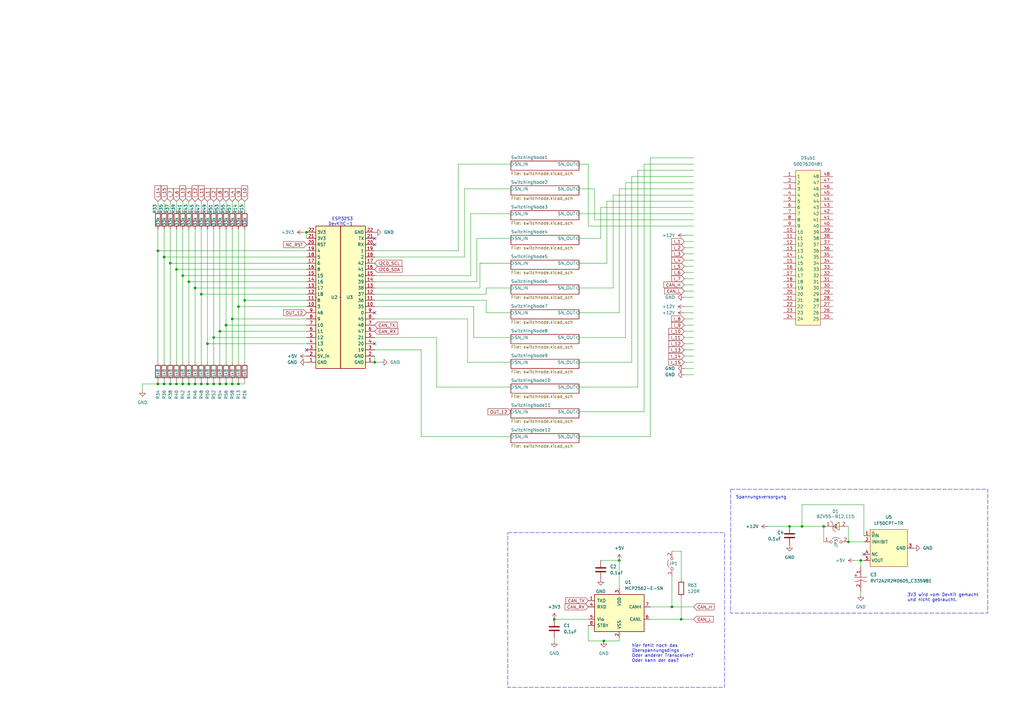
<source format=kicad_sch>
(kicad_sch (version 20250114) (generator "eeschema") (generator_version "9.0")
  (paper "A3")
  (title_block (title "ESPPDM"))
  (lib_symbols
    (symbol "+3V3_1" (power) (pin_numbers (hide yes)) (pin_names (offset 0) (hide yes))
      (property "Value" "+3V3" (at 0 3.556 0))
      (symbol "+3V3_1_0_1"
        (polyline (pts (xy -0.762 1.27) (xy 0 2.54)))
        (polyline (pts (xy 0 2.54) (xy 0.762 1.27)))
        (polyline (pts (xy 0 0) (xy 0 2.54)))
      )
      (symbol "+3V3_1_1_1"
        (pin power_in line (at 0 0 90) (length 0) (name "~") (number "1"))
      )
    )
    (symbol "Device:C" (pin_numbers (hide yes)) (pin_names (offset 0.254))
      (property "Reference" "C" (at 0.635 2.54 0))
      (property "Value" "C" (at 0.635 -2.54 0))
      (symbol "C_0_1"
        (polyline (pts (xy -2.032 0.762) (xy 2.032 0.762)) (stroke (width 0.508)))
        (polyline (pts (xy -2.032 -0.762) (xy 2.032 -0.762)) (stroke (width 0.508)))
      )
      (symbol "C_1_1"
        (pin passive line (at 0 3.81 270) (length 2.794) (name "~") (number "1"))
        (pin passive line (at 0 -3.81 90) (length 2.794) (name "~") (number "2"))
      )
    )
    (symbol "Device:R" (pin_numbers (hide yes)) (pin_names (offset 0))
      (property "Reference" "R" (at 2.032 0 90))
      (property "Value" "R" (at 0 0 90))
      (symbol "R_0_1"
        (rectangle (start -1.016 -2.54) (end 1.016 2.54) (stroke (width 0.254)))
      )
      (symbol "R_1_1"
        (pin passive line (at 0 3.81 270) (length 1.27) (name "~") (number "1"))
        (pin passive line (at 0 -3.81 90) (length 1.27) (name "~") (number "2"))
      )
    )
    (symbol "GND_1" (power) (pin_numbers (hide yes)) (pin_names (offset 0) (hide yes))
      (property "Value" "GND" (at 0 -3.81 0))
      (symbol "GND_1_0_1"
        (polyline (pts (xy 0 0) (xy 0 -1.27) (xy 1.27 -1.27) (xy 0 -2.54) (xy -1.27 -1.27) (xy 0 -1.27)))
      )
      (symbol "GND_1_1_1"
        (pin power_in line (at 0 0 270) (length 0) (name "~") (number "1"))
      )
    )
    (symbol "GND_2" (power) (pin_numbers (hide yes)) (pin_names (offset 0) (hide yes))
      (property "Value" "GND" (at 0 -3.81 0))
      (symbol "GND_2_0_1"
        (polyline (pts (xy 0 0) (xy 0 -1.27) (xy 1.27 -1.27) (xy 0 -2.54) (xy -1.27 -1.27) (xy 0 -1.27)))
      )
      (symbol "GND_2_1_1"
        (pin power_in line (at 0 0 270) (length 0) (name "~") (number "1"))
      )
    )
    (symbol "GND_3" (power) (pin_numbers (hide yes)) (pin_names (offset 0) (hide yes))
      (property "Value" "GND" (at 0 -3.81 0))
      (symbol "GND_3_0_1"
        (polyline (pts (xy 0 0) (xy 0 -1.27) (xy 1.27 -1.27) (xy 0 -2.54) (xy -1.27 -1.27) (xy 0 -1.27)))
      )
      (symbol "GND_3_1_1"
        (pin power_in line (at 0 0 270) (length 0) (name "~") (number "1"))
      )
    )
    (symbol "Interface_CAN_LIN:MCP2562-E-SN" (pin_names (offset 1.016))
      (property "Reference" "U" (at -10.16 8.89 0))
      (property "Value" "MCP2562-E-SN" (at 2.54 8.89 0))
      (symbol "MCP2562-E-SN_0_1"
        (rectangle (start -10.16 7.62) (end 10.16 -7.62) (stroke (width 0.254)) (fill (type background)))
      )
      (symbol "MCP2562-E-SN_1_1"
        (pin input line (at -12.7 5.08 0) (length 2.54) (name "TXD") (number "1"))
        (pin output line (at -12.7 2.54 0) (length 2.54) (name "RXD") (number "4"))
        (pin power_in line (at -12.7 -2.54 0) (length 2.54) (name "Vio") (number "5"))
        (pin input line (at -12.7 -5.08 0) (length 2.54) (name "STBY") (number "8"))
        (pin power_in line (at 0 10.16 270) (length 2.54) (name "VDD") (number "3"))
        (pin power_in line (at 0 -10.16 90) (length 2.54) (name "VSS") (number "2"))
        (pin bidirectional line (at 12.7 2.54 180) (length 2.54) (name "CANH") (number "7"))
        (pin bidirectional line (at 12.7 -2.54 180) (length 2.54) (name "CANL") (number "6"))
      )
    )
    (symbol "Jumper:Jumper_2_Open" (pin_names (offset 0) (hide yes))
      (property "Reference" "JP" (at 0 2.794 0))
      (property "Value" "Jumper_2_Open" (at 0 -2.286 0))
      (symbol "Jumper_2_Open_0_0"
        (circle (center -2.032 0) (radius 0.508))
        (circle (center 2.032 0) (radius 0.508))
      )
      (symbol "Jumper_2_Open_0_1"
        (arc (start -1.524 1.27) (mid 0 1.778) (end 1.524 1.27))
      )
      (symbol "Jumper_2_Open_1_1"
        (pin passive line (at -5.08 0 0) (length 2.54) (name "A") (number "1"))
        (pin passive line (at 5.08 0 180) (length 2.54) (name "B") (number "2"))
      )
    )
    (symbol "custom:esp32-s3-devkitc-1_l"
      (property "Reference" "U" (at 3.81 0 0))
      (symbol "esp32-s3-devkitc-1_l_1_1"
        (rectangle (start -2.54 29.21) (end 7.62 -29.21) (stroke (width 0.254)) (fill (type background)))
        (pin passive line (at -6.35 26.67 0) (length 3.81) (name "GND") (number "1"))
        (pin passive line (at -6.35 24.13 0) (length 3.81) (name "GND") (number "2"))
        (pin passive line (at -6.35 21.59 0) (length 3.81) (name "19") (number "3"))
        (pin passive line (at -6.35 19.05 0) (length 3.81) (name "20") (number "4"))
        (pin passive line (at -6.35 16.51 0) (length 3.81) (name "21") (number "5"))
        (pin passive line (at -6.35 13.97 0) (length 3.81) (name "47") (number "6"))
        (pin passive line (at -6.35 11.43 0) (length 3.81) (name "48") (number "7"))
        (pin passive line (at -6.35 8.89 0) (length 3.81) (name "45") (number "8"))
        (pin passive line (at -6.35 6.35 0) (length 3.81) (name "0") (number "9"))
        (pin passive line (at -6.35 3.81 0) (length 3.81) (name "35") (number "10"))
        (pin passive line (at -6.35 1.27 0) (length 3.81) (name "36") (number "11"))
        (pin passive line (at -6.35 -1.27 0) (length 3.81) (name "37") (number "12"))
        (pin passive line (at -6.35 -3.81 0) (length 3.81) (name "38") (number "13"))
        (pin passive line (at -6.35 -6.35 0) (length 3.81) (name "39") (number "14"))
        (pin passive line (at -6.35 -8.89 0) (length 3.81) (name "40") (number "15"))
        (pin passive line (at -6.35 -11.43 0) (length 3.81) (name "41") (number "16"))
        (pin passive line (at -6.35 -13.97 0) (length 3.81) (name "42") (number "17"))
        (pin passive line (at -6.35 -16.51 0) (length 3.81) (name "2") (number "18"))
        (pin passive line (at -6.35 -19.05 0) (length 3.81) (name "1") (number "19"))
        (pin passive line (at -6.35 -21.59 0) (length 3.81) (name "RX") (number "20"))
        (pin passive line (at -6.35 -24.13 0) (length 3.81) (name "TX") (number "21"))
        (pin passive line (at -6.35 -26.67 0) (length 3.81) (name "GND") (number "22"))
      )
    )
    (symbol "custom:esp32-s3-devkitc-1_r"
      (property "Reference" "U" (at 5.08 0 0))
      (symbol "esp32-s3-devkitc-1_r_1_1"
        (rectangle (start -2.54 29.21) (end 7.62 -29.21) (stroke (width 0.254)) (fill (type background)))
        (pin passive line (at 11.43 26.67 180) (length 3.81) (name "GND") (number "1"))
        (pin passive line (at 11.43 24.13 180) (length 3.81) (name "5V_in") (number "2"))
        (pin passive line (at 11.43 21.59 180) (length 3.81) (name "14") (number "3"))
        (pin passive line (at 11.43 19.05 180) (length 3.81) (name "13") (number "4"))
        (pin passive line (at 11.43 16.51 180) (length 3.81) (name "12") (number "5"))
        (pin passive line (at 11.43 13.97 180) (length 3.81) (name "11") (number "6"))
        (pin passive line (at 11.43 11.43 180) (length 3.81) (name "10") (number "7"))
        (pin passive line (at 11.43 8.89 180) (length 3.81) (name "9") (number "8"))
        (pin passive line (at 11.43 6.35 180) (length 3.81) (name "46") (number "9"))
        (pin passive line (at 11.43 3.81 180) (length 3.81) (name "3") (number "10"))
        (pin passive line (at 11.43 1.27 180) (length 3.81) (name "8") (number "11"))
        (pin passive line (at 11.43 -1.27 180) (length 3.81) (name "18") (number "12"))
        (pin passive line (at 11.43 -3.81 180) (length 3.81) (name "17") (number "13"))
        (pin passive line (at 11.43 -6.35 180) (length 3.81) (name "16") (number "14"))
        (pin passive line (at 11.43 -8.89 180) (length 3.81) (name "15") (number "15"))
        (pin passive line (at 11.43 -11.43 180) (length 3.81) (name "8") (number "16"))
        (pin passive line (at 11.43 -13.97 180) (length 3.81) (name "6") (number "17"))
        (pin passive line (at 11.43 -16.51 180) (length 3.81) (name "5") (number "18"))
        (pin passive line (at 11.43 -19.05 180) (length 3.81) (name "4") (number "19"))
        (pin passive line (at 11.43 -21.59 180) (length 3.81) (name "RST") (number "20"))
        (pin passive line (at 11.43 -24.13 180) (length 3.81) (name "3V3") (number "21"))
        (pin passive line (at 11.43 -26.67 180) (length 3.81) (name "3V3") (number "22"))
      )
    )
    (symbol "lcsc:5007620481"
      (property "Reference" "DSub" (at 0 34.29 0))
      (property "Value" "5007620481" (at 0 -34.29 0))
      (symbol "5007620481_0_1"
        (rectangle (start -5.08 31.75) (end 5.08 -31.75) (fill (type background)))
        (pin unspecified line (at -10.16 29.21 0) (length 5.08) (name "1") (number "1"))
        (pin unspecified line (at -10.16 26.67 0) (length 5.08) (name "2") (number "2"))
        (pin unspecified line (at -10.16 24.13 0) (length 5.08) (name "3") (number "3"))
        (pin unspecified line (at -10.16 21.59 0) (length 5.08) (name "4") (number "4"))
        (pin unspecified line (at -10.16 19.05 0) (length 5.08) (name "5") (number "5"))
        (pin unspecified line (at -10.16 16.51 0) (length 5.08) (name "6") (number "6"))
        (pin unspecified line (at -10.16 13.97 0) (length 5.08) (name "7") (number "7"))
        (pin unspecified line (at -10.16 11.43 0) (length 5.08) (name "8") (number "8"))
        (pin unspecified line (at -10.16 8.89 0) (length 5.08) (name "9") (number "9"))
        (pin unspecified line (at -10.16 6.35 0) (length 5.08) (name "10") (number "10"))
        (pin unspecified line (at -10.16 3.81 0) (length 5.08) (name "11") (number "11"))
        (pin unspecified line (at -10.16 1.27 0) (length 5.08) (name "12") (number "12"))
        (pin unspecified line (at -10.16 -1.27 0) (length 5.08) (name "13") (number "13"))
        (pin unspecified line (at -10.16 -3.81 0) (length 5.08) (name "14") (number "14"))
        (pin unspecified line (at -10.16 -6.35 0) (length 5.08) (name "15") (number "15"))
        (pin unspecified line (at -10.16 -8.89 0) (length 5.08) (name "16") (number "16"))
        (pin unspecified line (at -10.16 -11.43 0) (length 5.08) (name "17") (number "17"))
        (pin unspecified line (at -10.16 -13.97 0) (length 5.08) (name "18") (number "18"))
        (pin unspecified line (at -10.16 -16.51 0) (length 5.08) (name "19") (number "19"))
        (pin unspecified line (at -10.16 -19.05 0) (length 5.08) (name "20") (number "20"))
        (pin unspecified line (at -10.16 -21.59 0) (length 5.08) (name "21") (number "21"))
        (pin unspecified line (at -10.16 -24.13 0) (length 5.08) (name "22") (number "22"))
        (pin unspecified line (at -10.16 -26.67 0) (length 5.08) (name "23") (number "23"))
        (pin unspecified line (at -10.16 -29.21 0) (length 5.08) (name "24") (number "24"))
        (pin unspecified line (at 10.16 29.21 180) (length 5.08) (name "48") (number "48"))
        (pin unspecified line (at 10.16 26.67 180) (length 5.08) (name "47") (number "47"))
        (pin unspecified line (at 10.16 24.13 180) (length 5.08) (name "46") (number "46"))
        (pin unspecified line (at 10.16 21.59 180) (length 5.08) (name "45") (number "45"))
        (pin unspecified line (at 10.16 19.05 180) (length 5.08) (name "44") (number "44"))
        (pin unspecified line (at 10.16 16.51 180) (length 5.08) (name "43") (number "43"))
        (pin unspecified line (at 10.16 13.97 180) (length 5.08) (name "42") (number "42"))
        (pin unspecified line (at 10.16 11.43 180) (length 5.08) (name "41") (number "41"))
        (pin unspecified line (at 10.16 8.89 180) (length 5.08) (name "40") (number "40"))
        (pin unspecified line (at 10.16 6.35 180) (length 5.08) (name "39") (number "39"))
        (pin unspecified line (at 10.16 3.81 180) (length 5.08) (name "38") (number "38"))
        (pin unspecified line (at 10.16 1.27 180) (length 5.08) (name "37") (number "37"))
        (pin unspecified line (at 10.16 -1.27 180) (length 5.08) (name "36") (number "36"))
        (pin unspecified line (at 10.16 -3.81 180) (length 5.08) (name "35") (number "35"))
        (pin unspecified line (at 10.16 -6.35 180) (length 5.08) (name "34") (number "34"))
        (pin unspecified line (at 10.16 -8.89 180) (length 5.08) (name "33") (number "33"))
        (pin unspecified line (at 10.16 -11.43 180) (length 5.08) (name "32") (number "32"))
        (pin unspecified line (at 10.16 -13.97 180) (length 5.08) (name "31") (number "31"))
        (pin unspecified line (at 10.16 -16.51 180) (length 5.08) (name "30") (number "30"))
        (pin unspecified line (at 10.16 -19.05 180) (length 5.08) (name "29") (number "29"))
        (pin unspecified line (at 10.16 -21.59 180) (length 5.08) (name "28") (number "28"))
        (pin unspecified line (at 10.16 -24.13 180) (length 5.08) (name "27") (number "27"))
        (pin unspecified line (at 10.16 -26.67 180) (length 5.08) (name "26") (number "26"))
        (pin unspecified line (at 10.16 -29.21 180) (length 5.08) (name "25") (number "25"))
      )
    )
    (symbol "lcsc:BZV55-B12,115"
      (property "Reference" "D" (at 0 5.08 0))
      (property "Value" "BZV55-B12,115" (at 0 -5.08 0))
      (symbol "BZV55-B12,115_0_1"
        (polyline (pts (xy -2.29 2.29) (xy -1.27 1.27) (xy -1.27 -1.27) (xy -0.25 -2.29)))
        (polyline (pts (xy 1.27 -1.52) (xy -1.27 0) (xy 1.27 1.78) (xy 1.27 -1.52)) (fill (type background)))
        (pin unspecified line (at -5.08 0 0) (length 3.81) (name "C") (number "1"))
        (pin unspecified line (at 5.08 0 180) (length 3.81) (name "A") (number "2"))
      )
    )
    (symbol "lcsc:LF50CPT-TR"
      (property "Reference" "U" (at 0 10.16 0))
      (property "Value" "LF50CPT-TR" (at 0 -10.16 0))
      (symbol "LF50CPT-TR_0_1"
        (rectangle (start -7.62 7.62) (end 7.62 -7.62) (fill (type background)))
        (circle (center -6.35 6.35) (radius 0.38))
        (pin unspecified line (at -10.16 5.08 0) (length 2.54) (name "VIN") (number "1"))
        (pin unspecified line (at -10.16 2.54 0) (length 2.54) (name "INHIBIT") (number "2"))
        (pin unspecified line (at -10.16 -2.54 0) (length 2.54) (name "NC") (number "4"))
        (pin unspecified line (at -10.16 -5.08 0) (length 2.54) (name "VOUT") (number "5"))
        (pin unspecified line (at 10.16 0 180) (length 2.54) (name "GND") (number "3"))
      )
    )
    (symbol "lcsc:RVT2A2R2M0605_C335981"
      (property "Reference" "C" (at 0 10.16 0))
      (property "Value" "RVT2A2R2M0605_C335981" (at 0 -10.16 0))
      (symbol "RVT2A2R2M0605_C335981_0_1"
        (rectangle (start -2.54 1.52) (end -1.52 1.52) (fill (type background)))
        (polyline (pts (xy -2.54 0.76) (xy 2.54 0.76)))
        (arc (start 0 -0.25) (mid -1.2064 -0.8447) (end -2.54 -1.02))
        (rectangle (start -2.03 2.03) (end -2.03 1.02) (fill (type background)))
        (arc (start 2.54 -1.02) (mid 1.206 -0.8462) (end 0 -0.25))
      )
      (symbol "RVT2A2R2M0605_C335981_1_1"
        (pin unspecified line (at 0 5.08 270) (length 4.318) (name "") (number "1"))
        (pin unspecified line (at 0 -5.08 90) (length 4.826) (name "") (number "2"))
      )
    )
    (symbol "power:+12V" (power) (pin_numbers (hide yes)) (pin_names (offset 0) (hide yes))
      (property "Value" "+12V" (at 0 3.556 0))
      (symbol "+12V_0_1"
        (polyline (pts (xy -0.762 1.27) (xy 0 2.54)))
        (polyline (pts (xy 0 2.54) (xy 0.762 1.27)))
        (polyline (pts (xy 0 0) (xy 0 2.54)))
      )
      (symbol "+12V_1_1"
        (pin power_in line (at 0 0 90) (length 0) (name "~") (number "1"))
      )
    )
    (symbol "power:+3V3" (power) (pin_names (offset 0))
      (property "Value" "+3V3" (at 0 3.556 0))
      (symbol "+3V3_0_1"
        (polyline (pts (xy -0.762 1.27) (xy 0 2.54)))
        (polyline (pts (xy 0 2.54) (xy 0.762 1.27)))
        (polyline (pts (xy 0 0) (xy 0 2.54)))
      )
      (symbol "+3V3_1_1"
        (pin power_in line (at 0 0 90) (length 0) (hide yes) (name "+3V3") (number "1"))
      )
    )
    (symbol "power:+5V" (power) (pin_names (offset 0))
      (property "Value" "+5V" (at 0 3.556 0))
      (symbol "+5V_0_1"
        (polyline (pts (xy -0.762 1.27) (xy 0 2.54)))
        (polyline (pts (xy 0 2.54) (xy 0.762 1.27)))
        (polyline (pts (xy 0 0) (xy 0 2.54)))
      )
      (symbol "+5V_1_1"
        (pin power_in line (at 0 0 90) (length 0) (hide yes) (name "+5V") (number "1"))
      )
    )
    (symbol "power:GND" (power) (pin_names (offset 0))
      (property "Value" "GND" (at 0 -3.81 0))
      (symbol "GND_0_1"
        (polyline (pts (xy 0 0) (xy 0 -1.27) (xy 1.27 -1.27) (xy 0 -2.54) (xy -1.27 -1.27) (xy 0 -1.27)))
      )
      (symbol "GND_1_1"
        (pin power_in line (at 0 0 270) (length 0) (hide yes) (name "GND") (number "1"))
      )
    )
  )
  (rectangle (start 208.28 218.44) (end 297.18 281.94) (stroke (width 0) (type dash)))
  (rectangle (start 299.72 200.66) (end 405.13 251.46) (stroke (width 0) (type dash)))
  (text "3V3 wird vom DevKit gemacht\nund nicht gebraucht." (at 372.11 246.888 0) (effects (font (size 1.27 1.27)) (justify left bottom)))
  (text "hier fehlt noch das\nüberspannungsdings\nOder anderer Transceiver?\nOder kann der das?" (at 259.08 271.78 0) (effects (font (size 1.27 1.27)) (justify left bottom)))
  (text "Spannungsversorgung" (at 301.752 204.724 0) (effects (font (size 1.27 1.27)) (justify left bottom)))
  (text "ESP32S3\nDevKitC-1" (at 144.78 92.71 0) (effects (font (size 1.27 1.27)) (justify right bottom)))
  (junction (at 92.71 157.48))
  (junction (at 275.59 248.92))
  (junction (at 337.82 215.9))
  (junction (at 80.01 118.11))
  (junction (at 74.93 113.03))
  (junction (at 353.06 229.87))
  (junction (at 82.55 157.48))
  (junction (at 125.73 95.25))
  (junction (at 97.79 157.48))
  (junction (at 87.63 157.48))
  (junction (at 87.63 138.43))
  (junction (at 67.31 157.48))
  (junction (at 85.09 157.48))
  (junction (at 347.98 222.25))
  (junction (at 80.01 157.48))
  (junction (at 95.25 130.81))
  (junction (at 74.93 157.48))
  (junction (at 328.93 215.9))
  (junction (at 247.65 262.89))
  (junction (at 90.17 135.89))
  (junction (at 69.85 157.48))
  (junction (at 254 229.87))
  (junction (at 82.55 120.65))
  (junction (at 64.77 157.48))
  (junction (at 90.17 157.48))
  (junction (at 64.77 102.87))
  (junction (at 72.39 157.48))
  (junction (at 72.39 110.49))
  (junction (at 279.4 254))
  (junction (at 67.31 105.41))
  (junction (at 69.85 107.95))
  (junction (at 77.47 115.57))
  (junction (at 227.33 254))
  (junction (at 85.09 140.97))
  (junction (at 323.85 215.9))
  (junction (at 95.25 157.48))
  (junction (at 77.47 157.48))
  (junction (at 92.71 133.35))
  (junction (at 100.33 123.19))
  (junction (at 97.79 125.73))
  (junction (at 153.67 148.59))
  (no_connect (at 153.67 128.27))
  (no_connect (at 125.73 143.51))
  (no_connect (at 153.67 100.33))
  (no_connect (at 153.67 140.97))
  (no_connect (at 354.33 227.33))
  (no_connect (at 153.67 97.79))
  (wire (pts (xy 284.48 101.6) (xy 280.67 101.6)))
  (wire (pts (xy 85.09 157.48) (xy 85.09 156.21)))
  (wire (pts (xy 275.59 226.06) (xy 279.4 226.06)))
  (wire (pts (xy 193.04 87.63) (xy 209.55 87.63)))
  (wire (pts (xy 90.17 86.36) (xy 90.17 82.55)))
  (wire (pts (xy 264.16 67.31) (xy 264.16 168.91)))
  (wire (pts (xy 280.67 140.97) (xy 284.48 140.97)))
  (wire (pts (xy 190.5 105.41) (xy 190.5 77.47)))
  (wire (pts (xy 92.71 86.36) (xy 92.71 82.55)))
  (wire (pts (xy 58.42 157.48) (xy 58.42 160.02)))
  (wire (pts (xy 124.46 95.25) (xy 125.73 95.25)))
  (wire (pts (xy 153.67 146.05) (xy 153.67 148.59)))
  (wire (pts (xy 354.33 222.25) (xy 347.98 222.25)))
  (wire (pts (xy 72.39 157.48) (xy 74.93 157.48)))
  (wire (pts (xy 97.79 125.73) (xy 97.79 148.59)))
  (wire (pts (xy 90.17 157.48) (xy 90.17 156.21)))
  (wire (pts (xy 254 229.87) (xy 254 241.3)))
  (wire (pts (xy 237.49 128.27) (xy 254 128.27)))
  (wire (pts (xy 199.39 128.27) (xy 209.55 128.27)))
  (wire (pts (xy 97.79 156.21) (xy 97.79 157.48)))
  (wire (pts (xy 284.48 109.22) (xy 280.67 109.22)))
  (wire (pts (xy 237.49 168.91) (xy 264.16 168.91)))
  (wire (pts (xy 284.48 96.52) (xy 280.67 96.52)))
  (wire (pts (xy 199.39 123.19) (xy 199.39 128.27)))
  (wire (pts (xy 100.33 82.55) (xy 100.33 86.36)))
  (wire (pts (xy 246.38 97.79) (xy 246.38 85.09)))
  (wire (pts (xy 92.71 133.35) (xy 92.71 148.59)))
  (wire (pts (xy 237.49 118.11) (xy 251.46 118.11)))
  (wire (pts (xy 328.93 215.9) (xy 328.93 207.01)))
  (wire (pts (xy 187.96 102.87) (xy 187.96 67.31)))
  (wire (pts (xy 190.5 77.47) (xy 209.55 77.47)))
  (wire (pts (xy 153.67 125.73) (xy 194.31 125.73)))
  (wire (pts (xy 85.09 157.48) (xy 87.63 157.48)))
  (wire (pts (xy 328.93 207.01) (xy 354.33 207.01)))
  (wire (pts (xy 69.85 107.95) (xy 125.73 107.95)))
  (wire (pts (xy 284.48 119.38) (xy 280.67 119.38)))
  (wire (pts (xy 237.49 179.07) (xy 266.7 179.07)))
  (wire (pts (xy 237.49 148.59) (xy 259.08 148.59)))
  (wire (pts (xy 69.85 107.95) (xy 69.85 148.59)))
  (wire (pts (xy 153.67 120.65) (xy 199.39 120.65)))
  (wire (pts (xy 275.59 236.22) (xy 275.59 248.92)))
  (wire (pts (xy 87.63 138.43) (xy 87.63 148.59)))
  (wire (pts (xy 279.4 245.11) (xy 279.4 254)))
  (wire (pts (xy 179.07 138.43) (xy 179.07 158.75)))
  (wire (pts (xy 85.09 140.97) (xy 85.09 148.59)))
  (wire (pts (xy 153.67 130.81) (xy 191.77 130.81)))
  (wire (pts (xy 153.67 105.41) (xy 190.5 105.41)))
  (wire (pts (xy 74.93 113.03) (xy 74.93 148.59)))
  (wire (pts (xy 74.93 93.98) (xy 74.93 113.03)))
  (wire (pts (xy 97.79 125.73) (xy 125.73 125.73)))
  (wire (pts (xy 95.25 93.98) (xy 95.25 130.81)))
  (wire (pts (xy 241.3 67.31) (xy 237.49 67.31)))
  (wire (pts (xy 85.09 93.98) (xy 85.09 140.97)))
  (wire (pts (xy 153.67 138.43) (xy 179.07 138.43)))
  (wire (pts (xy 280.67 111.76) (xy 284.48 111.76)))
  (wire (pts (xy 264.16 67.31) (xy 284.48 67.31)))
  (wire (pts (xy 80.01 118.11) (xy 125.73 118.11)))
  (wire (pts (xy 64.77 102.87) (xy 64.77 148.59)))
  (wire (pts (xy 74.93 86.36) (xy 74.93 82.55)))
  (wire (pts (xy 241.3 256.54) (xy 241.3 262.89)))
  (wire (pts (xy 64.77 102.87) (xy 125.73 102.87)))
  (wire (pts (xy 153.67 118.11) (xy 196.85 118.11)))
  (wire (pts (xy 77.47 115.57) (xy 77.47 148.59)))
  (wire (pts (xy 97.79 82.55) (xy 97.79 86.36)))
  (wire (pts (xy 92.71 133.35) (xy 125.73 133.35)))
  (wire (pts (xy 280.67 148.59) (xy 284.48 148.59)))
  (wire (pts (xy 284.48 90.17) (xy 243.84 90.17)))
  (wire (pts (xy 266.7 248.92) (xy 275.59 248.92)))
  (wire (pts (xy 100.33 123.19) (xy 100.33 148.59)))
  (wire (pts (xy 90.17 135.89) (xy 90.17 148.59)))
  (wire (pts (xy 69.85 157.48) (xy 72.39 157.48)))
  (wire (pts (xy 82.55 157.48) (xy 85.09 157.48)))
  (wire (pts (xy 237.49 97.79) (xy 246.38 97.79)))
  (wire (pts (xy 95.25 130.81) (xy 125.73 130.81)))
  (wire (pts (xy 67.31 157.48) (xy 67.31 156.21)))
  (wire (pts (xy 195.58 97.79) (xy 209.55 97.79)))
  (wire (pts (xy 251.46 118.11) (xy 251.46 80.01)))
  (wire (pts (xy 353.06 242.57) (xy 353.06 243.84)))
  (wire (pts (xy 195.58 115.57) (xy 195.58 97.79)))
  (wire (pts (xy 247.65 262.89) (xy 254 262.89)))
  (wire (pts (xy 92.71 93.98) (xy 92.71 133.35)))
  (wire (pts (xy 125.73 97.79) (xy 125.73 95.25)))
  (wire (pts (xy 284.48 125.73) (xy 280.67 125.73)))
  (wire (pts (xy 284.48 133.35) (xy 280.67 133.35)))
  (wire (pts (xy 80.01 86.36) (xy 80.01 82.55)))
  (wire (pts (xy 194.31 125.73) (xy 194.31 138.43)))
  (wire (pts (xy 284.48 135.89) (xy 280.67 135.89)))
  (wire (pts (xy 82.55 86.36) (xy 82.55 82.55)))
  (wire (pts (xy 261.62 69.85) (xy 261.62 158.75)))
  (wire (pts (xy 172.72 143.51) (xy 172.72 179.07)))
  (wire (pts (xy 284.48 121.92) (xy 280.67 121.92)))
  (wire (pts (xy 275.59 248.92) (xy 284.48 248.92)))
  (wire (pts (xy 67.31 157.48) (xy 69.85 157.48)))
  (wire (pts (xy 187.96 67.31) (xy 209.55 67.31)))
  (wire (pts (xy 191.77 130.81) (xy 191.77 148.59)))
  (wire (pts (xy 241.3 262.89) (xy 247.65 262.89)))
  (wire (pts (xy 97.79 93.98) (xy 97.79 125.73)))
  (wire (pts (xy 74.93 113.03) (xy 125.73 113.03)))
  (wire (pts (xy 256.54 74.93) (xy 256.54 138.43)))
  (wire (pts (xy 87.63 138.43) (xy 125.73 138.43)))
  (wire (pts (xy 72.39 110.49) (xy 125.73 110.49)))
  (wire (pts (xy 179.07 158.75) (xy 209.55 158.75)))
  (wire (pts (xy 153.67 123.19) (xy 199.39 123.19)))
  (wire (pts (xy 77.47 93.98) (xy 77.47 115.57)))
  (wire (pts (xy 284.48 99.06) (xy 280.67 99.06)))
  (wire (pts (xy 64.77 86.36) (xy 64.77 82.55)))
  (wire (pts (xy 337.82 215.9) (xy 337.82 222.25)))
  (wire (pts (xy 328.93 215.9) (xy 337.82 215.9)))
  (wire (pts (xy 72.39 93.98) (xy 72.39 110.49)))
  (wire (pts (xy 261.62 69.85) (xy 284.48 69.85)))
  (wire (pts (xy 266.7 64.77) (xy 266.7 179.07)))
  (wire (pts (xy 246.38 85.09) (xy 284.48 85.09)))
  (wire (pts (xy 284.48 116.84) (xy 280.67 116.84)))
  (wire (pts (xy 69.85 157.48) (xy 69.85 156.21)))
  (wire (pts (xy 284.48 104.14) (xy 280.67 104.14)))
  (wire (pts (xy 354.33 207.01) (xy 354.33 219.71)))
  (wire (pts (xy 194.31 138.43) (xy 209.55 138.43)))
  (wire (pts (xy 92.71 157.48) (xy 95.25 157.48)))
  (wire (pts (xy 259.08 72.39) (xy 284.48 72.39)))
  (wire (pts (xy 237.49 107.95) (xy 248.92 107.95)))
  (wire (pts (xy 69.85 93.98) (xy 69.85 107.95)))
  (wire (pts (xy 237.49 77.47) (xy 243.84 77.47)))
  (wire (pts (xy 85.09 140.97) (xy 125.73 140.97)))
  (wire (pts (xy 97.79 157.48) (xy 95.25 157.48)))
  (wire (pts (xy 153.67 113.03) (xy 193.04 113.03)))
  (wire (pts (xy 95.25 86.36) (xy 95.25 82.55)))
  (wire (pts (xy 77.47 157.48) (xy 77.47 156.21)))
  (wire (pts (xy 100.33 156.21) (xy 100.33 157.48)))
  (wire (pts (xy 90.17 135.89) (xy 125.73 135.89)))
  (wire (pts (xy 243.84 90.17) (xy 243.84 77.47)))
  (wire (pts (xy 82.55 120.65) (xy 125.73 120.65)))
  (wire (pts (xy 153.67 115.57) (xy 195.58 115.57)))
  (wire (pts (xy 284.48 106.68) (xy 280.67 106.68)))
  (wire (pts (xy 77.47 86.36) (xy 77.47 82.55)))
  (wire (pts (xy 74.93 157.48) (xy 77.47 157.48)))
  (wire (pts (xy 72.39 86.36) (xy 72.39 82.55)))
  (wire (pts (xy 90.17 157.48) (xy 92.71 157.48)))
  (wire (pts (xy 82.55 157.48) (xy 82.55 156.21)))
  (wire (pts (xy 227.33 254) (xy 241.3 254)))
  (wire (pts (xy 266.7 254) (xy 279.4 254)))
  (wire (pts (xy 90.17 93.98) (xy 90.17 135.89)))
  (wire (pts (xy 254 262.89) (xy 254 261.62)))
  (wire (pts (xy 95.25 157.48) (xy 95.25 156.21)))
  (wire (pts (xy 82.55 120.65) (xy 82.55 148.59)))
  (wire (pts (xy 254 77.47) (xy 284.48 77.47)))
  (wire (pts (xy 80.01 157.48) (xy 80.01 156.21)))
  (wire (pts (xy 284.48 114.3) (xy 280.67 114.3)))
  (wire (pts (xy 196.85 107.95) (xy 209.55 107.95)))
  (wire (pts (xy 284.48 130.81) (xy 280.67 130.81)))
  (wire (pts (xy 92.71 157.48) (xy 92.71 156.21)))
  (wire (pts (xy 237.49 138.43) (xy 256.54 138.43)))
  (wire (pts (xy 284.48 151.13) (xy 280.67 151.13)))
  (wire (pts (xy 72.39 157.48) (xy 72.39 156.21)))
  (wire (pts (xy 227.33 261.62) (xy 227.33 262.89)))
  (wire (pts (xy 64.77 157.48) (xy 64.77 156.21)))
  (wire (pts (xy 67.31 105.41) (xy 67.31 148.59)))
  (wire (pts (xy 172.72 179.07) (xy 209.55 179.07)))
  (wire (pts (xy 67.31 86.36) (xy 67.31 82.55)))
  (wire (pts (xy 191.77 148.59) (xy 209.55 148.59)))
  (wire (pts (xy 284.48 138.43) (xy 280.67 138.43)))
  (wire (pts (xy 246.38 229.87) (xy 254 229.87)))
  (wire (pts (xy 153.67 102.87) (xy 187.96 102.87)))
  (wire (pts (xy 74.93 157.48) (xy 74.93 156.21)))
  (wire (pts (xy 248.92 82.55) (xy 284.48 82.55)))
  (wire (pts (xy 80.01 157.48) (xy 82.55 157.48)))
  (wire (pts (xy 280.67 146.05) (xy 284.48 146.05)))
  (wire (pts (xy 284.48 153.67) (xy 280.67 153.67)))
  (wire (pts (xy 95.25 130.81) (xy 95.25 148.59)))
  (wire (pts (xy 72.39 110.49) (xy 72.39 148.59)))
  (wire (pts (xy 237.49 158.75) (xy 261.62 158.75)))
  (wire (pts (xy 199.39 118.11) (xy 209.55 118.11)))
  (wire (pts (xy 251.46 80.01) (xy 284.48 80.01)))
  (wire (pts (xy 347.98 215.9) (xy 347.98 222.25)))
  (wire (pts (xy 82.55 93.98) (xy 82.55 120.65)))
  (wire (pts (xy 87.63 93.98) (xy 87.63 138.43)))
  (wire (pts (xy 80.01 118.11) (xy 80.01 148.59)))
  (wire (pts (xy 87.63 157.48) (xy 87.63 156.21)))
  (wire (pts (xy 85.09 86.36) (xy 85.09 82.55)))
  (wire (pts (xy 248.92 107.95) (xy 248.92 82.55)))
  (wire (pts (xy 69.85 86.36) (xy 69.85 82.55)))
  (wire (pts (xy 279.4 254) (xy 284.48 254)))
  (wire (pts (xy 64.77 93.98) (xy 64.77 102.87)))
  (wire (pts (xy 279.4 226.06) (xy 279.4 237.49)))
  (wire (pts (xy 153.67 148.59) (xy 156.21 148.59)))
  (wire (pts (xy 77.47 115.57) (xy 125.73 115.57)))
  (wire (pts (xy 353.06 229.87) (xy 353.06 232.41)))
  (wire (pts (xy 280.67 143.51) (xy 284.48 143.51)))
  (wire (pts (xy 196.85 118.11) (xy 196.85 107.95)))
  (wire (pts (xy 100.33 123.19) (xy 125.73 123.19)))
  (wire (pts (xy 199.39 120.65) (xy 199.39 118.11)))
  (wire (pts (xy 350.52 229.87) (xy 353.06 229.87)))
  (wire (pts (xy 77.47 157.48) (xy 80.01 157.48)))
  (wire (pts (xy 314.96 215.9) (xy 323.85 215.9)))
  (wire (pts (xy 323.85 215.9) (xy 328.93 215.9)))
  (wire (pts (xy 353.06 229.87) (xy 354.33 229.87)))
  (wire (pts (xy 284.48 92.71) (xy 241.3 92.71)))
  (wire (pts (xy 87.63 157.48) (xy 90.17 157.48)))
  (wire (pts (xy 153.67 143.51) (xy 172.72 143.51)))
  (wire (pts (xy 241.3 92.71) (xy 241.3 67.31)))
  (wire (pts (xy 58.42 157.48) (xy 64.77 157.48)))
  (wire (pts (xy 193.04 113.03) (xy 193.04 87.63)))
  (wire (pts (xy 87.63 86.36) (xy 87.63 82.55)))
  (wire (pts (xy 64.77 157.48) (xy 67.31 157.48)))
  (wire (pts (xy 266.7 64.77) (xy 284.48 64.77)))
  (wire (pts (xy 100.33 157.48) (xy 97.79 157.48)))
  (wire (pts (xy 259.08 72.39) (xy 259.08 148.59)))
  (wire (pts (xy 100.33 93.98) (xy 100.33 123.19)))
  (wire (pts (xy 80.01 93.98) (xy 80.01 118.11)))
  (wire (pts (xy 284.48 128.27) (xy 280.67 128.27)))
  (wire (pts (xy 256.54 74.93) (xy 284.48 74.93)))
  (wire (pts (xy 67.31 93.98) (xy 67.31 105.41)))
  (wire (pts (xy 67.31 105.41) (xy 125.73 105.41)))
  (wire (pts (xy 254 77.47) (xy 254 128.27)))
  (wire (pts (xy 237.49 87.63) (xy 284.48 87.63)))
  (global_label "I_3" (shape input) (at 280.67 104.14 180) (property "Intersheetrefs" "${INTERSHEET_REFS}" (effects (hide yes))))
  (global_label "I_5" (shape input) (at 280.67 109.22 180) (property "Intersheetrefs" "${INTERSHEET_REFS}" (effects (hide yes))))
  (global_label "I_8" (shape input) (at 280.67 130.81 180) (property "Intersheetrefs" "${INTERSHEET_REFS}" (effects (hide yes))))
  (global_label "CAN_RX" (shape input) (at 241.3 248.92 180) (property "Intersheetrefs" "${INTERSHEET_REFS}" (effects (hide yes))))
  (global_label "I_13" (shape input) (at 280.67 143.51 180) (property "Intersheetrefs" "${INTERSHEET_REFS}" (effects (hide yes))))
  (global_label "I_8" (shape input) (at 90.17 82.55 90) (property "Intersheetrefs" "${INTERSHEET_REFS}" (effects (hide yes))))
  (global_label "NC_RST" (shape input) (at 125.73 100.33 180) (property "Intersheetrefs" "${INTERSHEET_REFS}" (effects (hide yes))))
  (global_label "I_13" (shape input) (at 74.93 82.55 90) (property "Intersheetrefs" "${INTERSHEET_REFS}" (effects (hide yes))))
  (global_label "I_3" (shape input) (at 92.71 82.55 90) (property "Intersheetrefs" "${INTERSHEET_REFS}" (effects (hide yes))))
  (global_label "I_10" (shape input) (at 100.33 82.55 90) (property "Intersheetrefs" "${INTERSHEET_REFS}" (effects (hide yes))))
  (global_label "I_9" (shape input) (at 280.67 133.35 180) (property "Intersheetrefs" "${INTERSHEET_REFS}" (effects (hide yes))))
  (global_label "I_1" (shape input) (at 280.67 99.06 180) (property "Intersheetrefs" "${INTERSHEET_REFS}" (effects (hide yes))))
  (global_label "I_14" (shape input) (at 64.77 82.55 90) (property "Intersheetrefs" "${INTERSHEET_REFS}" (effects (hide yes))))
  (global_label "CAN_L" (shape input) (at 284.48 254 0) (property "Intersheetrefs" "${INTERSHEET_REFS}" (effects (hide yes))))
  (global_label "I_10" (shape input) (at 280.67 135.89 180) (property "Intersheetrefs" "${INTERSHEET_REFS}" (effects (hide yes))))
  (global_label "CAN_H" (shape input) (at 280.67 116.84 180) (property "Intersheetrefs" "${INTERSHEET_REFS}" (effects (hide yes))))
  (global_label "I_6" (shape input) (at 280.67 111.76 180) (property "Intersheetrefs" "${INTERSHEET_REFS}" (effects (hide yes))))
  (global_label "I_9" (shape input) (at 97.79 82.55 90) (property "Intersheetrefs" "${INTERSHEET_REFS}" (effects (hide yes))))
  (global_label "I_4" (shape input) (at 95.25 82.55 90) (property "Intersheetrefs" "${INTERSHEET_REFS}" (effects (hide yes))))
  (global_label "I_7" (shape input) (at 69.85 82.55 90) (property "Intersheetrefs" "${INTERSHEET_REFS}" (effects (hide yes))))
  (global_label "I_11" (shape input) (at 82.55 82.55 90) (property "Intersheetrefs" "${INTERSHEET_REFS}" (effects (hide yes))))
  (global_label "I_4" (shape input) (at 280.67 106.68 180) (property "Intersheetrefs" "${INTERSHEET_REFS}" (effects (hide yes))))
  (global_label "I_7" (shape input) (at 280.67 114.3 180) (property "Intersheetrefs" "${INTERSHEET_REFS}" (effects (hide yes))))
  (global_label "CAN_RX" (shape input) (at 153.67 135.89 0) (property "Intersheetrefs" "${INTERSHEET_REFS}" (effects (hide yes))))
  (global_label "OUT_12" (shape input) (at 209.55 168.91 180) (property "Intersheetrefs" "${INTERSHEET_REFS}" (effects (hide yes))))
  (global_label "I_6" (shape input) (at 72.39 82.55 90) (property "Intersheetrefs" "${INTERSHEET_REFS}" (effects (hide yes))))
  (global_label "I2C0_SCL" (shape input) (at 153.67 107.95 0) (property "Intersheetrefs" "${INTERSHEET_REFS}" (effects (hide yes))))
  (global_label "I_15" (shape input) (at 280.67 148.59 180) (property "Intersheetrefs" "${INTERSHEET_REFS}" (effects (hide yes))))
  (global_label "CAN_L" (shape input) (at 280.67 119.38 180) (property "Intersheetrefs" "${INTERSHEET_REFS}" (effects (hide yes))))
  (global_label "I_12" (shape input) (at 280.67 140.97 180) (property "Intersheetrefs" "${INTERSHEET_REFS}" (effects (hide yes))))
  (global_label "I_1" (shape input) (at 85.09 82.55 90) (property "Intersheetrefs" "${INTERSHEET_REFS}" (effects (hide yes))))
  (global_label "I2C0_SDA" (shape input) (at 153.67 110.49 0) (property "Intersheetrefs" "${INTERSHEET_REFS}" (effects (hide yes))))
  (global_label "I_14" (shape input) (at 280.67 146.05 180) (property "Intersheetrefs" "${INTERSHEET_REFS}" (effects (hide yes))))
  (global_label "CAN_H" (shape input) (at 284.48 248.92 0) (property "Intersheetrefs" "${INTERSHEET_REFS}" (effects (hide yes))))
  (global_label "OUT_12" (shape input) (at 125.73 128.27 180) (property "Intersheetrefs" "${INTERSHEET_REFS}" (effects (hide yes))))
  (global_label "I_2" (shape input) (at 280.67 101.6 180) (property "Intersheetrefs" "${INTERSHEET_REFS}" (effects (hide yes))))
  (global_label "CAN_TX" (shape input) (at 241.3 246.38 180) (property "Intersheetrefs" "${INTERSHEET_REFS}" (effects (hide yes))))
  (global_label "I_5" (shape input) (at 77.47 82.55 90) (property "Intersheetrefs" "${INTERSHEET_REFS}" (effects (hide yes))))
  (global_label "CAN_TX" (shape input) (at 153.67 133.35 0) (property "Intersheetrefs" "${INTERSHEET_REFS}" (effects (hide yes))))
  (global_label "I_15" (shape input) (at 67.31 82.55 90) (property "Intersheetrefs" "${INTERSHEET_REFS}" (effects (hide yes))))
  (global_label "I_12" (shape input) (at 80.01 82.55 90) (property "Intersheetrefs" "${INTERSHEET_REFS}" (effects (hide yes))))
  (global_label "I_11" (shape input) (at 280.67 138.43 180) (property "Intersheetrefs" "${INTERSHEET_REFS}" (effects (hide yes))))
  (global_label "I_2" (shape input) (at 87.63 82.55 90) (property "Intersheetrefs" "${INTERSHEET_REFS}" (effects (hide yes))))
  (symbol (lib_id "power:GND") (at 227.33 262.89 0) (unit 1)
    (property "Reference" "#PWR043" (effects (hide yes)))
    (property "Value" "GND" (at 227.33 267.97 0))
  )
  (symbol (lib_id "Device:R") (at 82.55 152.4 0) (unit 1)
    (property "Reference" "R48" (at 82.55 163.83 90) (effects (justify left)))
    (property "Value" "6k8" (at 82.55 154.94 90) (effects (justify left)))
    (property "Footprint" "Resistor_SMD:R_0603_1608Metric" (effects (hide yes)))
  )
  (symbol (lib_id "Device:R") (at 85.09 152.4 0) (unit 1)
    (property "Reference" "R50" (at 85.09 163.83 90) (effects (justify left)))
    (property "Value" "6k8" (at 85.09 154.94 90) (effects (justify left)))
    (property "Footprint" "Resistor_SMD:R_0603_1608Metric" (effects (hide yes)))
  )
  (symbol (lib_id "Device:R") (at 82.55 90.17 0) (unit 1)
    (property "Reference" "R47" (at 81.28 87.63 90) (effects (justify left)))
    (property "Value" "33k" (at 82.55 92.71 90) (effects (justify left)))
    (property "Footprint" "Resistor_SMD:R_0603_1608Metric" (effects (hide yes)))
  )
  (symbol (lib_id "custom:esp32-s3-devkitc-1_r") (at 137.16 121.92 180) (unit 1)
    (property "Reference" "U2" (at 137.16 121.92 0))
    (property "Value" "~" (at 129.54 121.92 0))
    (property "Footprint" "Connector_PinSocket_2.54mm:PinSocket_1x22_P2.54mm_Vertical" (effects (hide yes)))
  )
  (symbol (lib_id "lcsc:BZV55-B12,115") (at 342.9 215.9 0) (unit 1)
    (property "Reference" "D1" (at 342.646 209.804 0))
    (property "Value" "BZV55-B12,115" (at 342.646 211.836 0))
    (property "Footprint" "lcsc:SOD-80C_L3.3-W1.5-RD" (effects (hide yes)))
    (property "Datasheet" "https://lcsc.com/product-detail/Zener-Diodes_Nexperia-BZV55-B12-115_C426807.html" (effects (hide yes)))
    (property "LCSC Part" "C426807" (effects (hide yes)))
  )
  (symbol (lib_id "Device:R") (at 95.25 90.17 0) (unit 1)
    (property "Reference" "R57" (at 93.98 87.63 90) (effects (justify left)))
    (property "Value" "33k" (at 95.25 92.71 90) (effects (justify left)))
    (property "Footprint" "Resistor_SMD:R_0603_1608Metric" (effects (hide yes)))
  )
  (symbol (lib_id "Device:R") (at 97.79 90.17 0) (unit 1)
    (property "Reference" "R14" (at 96.52 87.63 90) (effects (justify left)))
    (property "Value" "33k" (at 97.79 92.71 90) (effects (justify left)))
    (property "Footprint" "Resistor_SMD:R_0603_1608Metric" (effects (hide yes)))
  )
  (symbol (lib_id "Device:R") (at 72.39 90.17 0) (unit 1)
    (property "Reference" "R39" (at 71.12 87.63 90) (effects (justify left)))
    (property "Value" "33k" (at 72.39 92.71 90) (effects (justify left)))
    (property "Footprint" "Resistor_SMD:R_0603_1608Metric" (effects (hide yes)))
  )
  (symbol (lib_id "Device:R") (at 64.77 152.4 0) (unit 1)
    (property "Reference" "R34" (at 64.77 163.83 90) (effects (justify left)))
    (property "Value" "6k8" (at 64.77 154.94 90) (effects (justify left)))
    (property "Footprint" "Resistor_SMD:R_0603_1608Metric" (effects (hide yes)))
  )
  (symbol (lib_id "Device:R") (at 74.93 90.17 0) (unit 1)
    (property "Reference" "R41" (at 73.66 87.63 90) (effects (justify left)))
    (property "Value" "33k" (at 74.93 92.71 90) (effects (justify left)))
    (property "Footprint" "Resistor_SMD:R_0603_1608Metric" (effects (hide yes)))
  )
  (symbol (lib_id "Device:R") (at 77.47 90.17 0) (unit 1)
    (property "Reference" "R43" (at 76.2 87.63 90) (effects (justify left)))
    (property "Value" "33k" (at 77.47 92.71 90) (effects (justify left)))
    (property "Footprint" "Resistor_SMD:R_0603_1608Metric" (effects (hide yes)))
  )
  (symbol (lib_name "GND_3") (lib_id "power:GND") (at 280.67 121.92 270) (unit 1)
    (property "Reference" "#PWR030" (effects (hide yes)))
    (property "Value" "GND" (at 276.86 121.9199 90) (effects (justify right)))
    (property "Description" "Power symbol creates a global label with name \"GND\" , ground" (effects (hide yes)))
  )
  (symbol (lib_id "Device:R") (at 95.25 152.4 0) (unit 1)
    (property "Reference" "R58" (at 95.25 163.83 90) (effects (justify left)))
    (property "Value" "6k8" (at 95.25 154.94 90) (effects (justify left)))
    (property "Footprint" "Resistor_SMD:R_0603_1608Metric" (effects (hide yes)))
  )
  (symbol (lib_id "Device:R") (at 100.33 90.17 0) (unit 1)
    (property "Reference" "R15" (at 99.06 87.63 90) (effects (justify left)))
    (property "Value" "33k" (at 100.33 92.71 90) (effects (justify left)))
    (property "Footprint" "Resistor_SMD:R_0603_1608Metric" (effects (hide yes)))
  )
  (symbol (lib_id "power:GND") (at 156.21 148.59 90) (unit 1)
    (property "Reference" "#PWR051" (effects (hide yes)))
    (property "Value" "GND" (at 160.02 148.59 90) (effects (justify right)))
  )
  (symbol (lib_id "lcsc:5007620481") (at 331.47 101.6 0) (unit 1)
    (property "Reference" "DSub1" (at 331.47 64.77 0))
    (property "Value" "5007620481" (at 331.47 67.31 0))
    (property "Footprint" "lcsc:CONN-TH_5007620481" (effects (hide yes)))
    (property "Datasheet" "https://lcsc.com/product-detail/D-Sub-Connectors_MOLEX_5007620481_5007620481_C164171.html" (effects (hide yes)))
    (property "LCSC Part" "C164171" (effects (hide yes)))
  )
  (symbol (lib_id "Device:R") (at 87.63 90.17 0) (unit 1)
    (property "Reference" "R51" (at 86.36 87.63 90) (effects (justify left)))
    (property "Value" "33k" (at 87.63 92.71 90) (effects (justify left)))
    (property "Footprint" "Resistor_SMD:R_0603_1608Metric" (effects (hide yes)))
  )
  (symbol (lib_name "GND_1") (lib_id "power:GND") (at 280.67 153.67 270) (unit 1)
    (property "Reference" "#PWR028" (effects (hide yes)))
    (property "Value" "GND" (at 276.86 153.6699 90) (effects (justify right)))
    (property "Description" "Power symbol creates a global label with name \"GND\" , ground" (effects (hide yes)))
  )
  (symbol (lib_id "Device:R") (at 77.47 152.4 0) (unit 1)
    (property "Reference" "R44" (at 77.47 163.83 90) (effects (justify left)))
    (property "Value" "6k8" (at 77.47 154.94 90) (effects (justify left)))
    (property "Footprint" "Resistor_SMD:R_0603_1608Metric" (effects (hide yes)))
  )
  (symbol (lib_id "Device:R") (at 97.79 152.4 0) (unit 1)
    (property "Reference" "R13" (at 97.79 163.83 90) (effects (justify left)))
    (property "Value" "6k8" (at 97.79 154.94 90) (effects (justify left)))
    (property "Footprint" "Resistor_SMD:R_0603_1608Metric" (effects (hide yes)))
  )
  (symbol (lib_id "power:+12V") (at 280.67 125.73 90) (unit 1)
    (property "Reference" "#PWR031" (effects (hide yes)))
    (property "Value" "+12V" (at 276.86 125.7299 90) (effects (justify left)))
    (property "Description" "Power symbol creates a global label with name \"+12V\"" (effects (hide yes)))
  )
  (symbol (lib_id "power:+5V") (at 254 229.87 0) (unit 1)
    (property "Reference" "#PWR049" (effects (hide yes)))
    (property "Value" "+5V" (at 254 224.79 0))
  )
  (symbol (lib_id "Device:C") (at 246.38 233.68 0) (unit 1)
    (property "Reference" "C2" (at 250.19 232.41 0) (effects (justify left)))
    (property "Value" "0.1uF" (at 250.19 234.95 0) (effects (justify left)))
    (property "Footprint" "Capacitor_SMD:C_0603_1608Metric" (effects (hide yes)))
  )
  (symbol (lib_id "power:+12V") (at 280.67 96.52 90) (unit 1)
    (property "Reference" "#PWR033" (effects (hide yes)))
    (property "Value" "+12V" (at 276.86 96.5199 90) (effects (justify left)))
    (property "Description" "Power symbol creates a global label with name \"+12V\"" (effects (hide yes)))
  )
  (symbol (lib_id "Jumper:Jumper_2_Open") (at 275.59 231.14 90) (unit 1)
    (property "Reference" "JP1" (at 274.32 231.14 90) (effects (justify right)))
    (property "Value" "Jumper_2_Open" (effects (hide yes)))
    (property "Footprint" "Jumper:SolderJumper-2_P1.3mm_Open_Pad1.0x1.5mm" (effects (hide yes)))
  )
  (symbol (lib_id "power:GND") (at 323.85 223.52 0) (unit 1)
    (property "Reference" "#PWR063" (effects (hide yes)))
    (property "Value" "GND" (at 323.85 228.6 0))
  )
  (symbol (lib_id "power:+3V3") (at 227.33 254 0) (unit 1)
    (property "Reference" "#PWR042" (effects (hide yes)))
    (property "Value" "+3V3" (at 227.33 248.92 0))
  )
  (symbol (lib_id "Device:R") (at 92.71 152.4 0) (unit 1)
    (property "Reference" "R56" (at 92.71 163.83 90) (effects (justify left)))
    (property "Value" "6k8" (at 92.71 154.94 90) (effects (justify left)))
    (property "Footprint" "Resistor_SMD:R_0603_1608Metric" (effects (hide yes)))
  )
  (symbol (lib_id "power:GND") (at 374.65 224.79 90) (unit 1)
    (property "Reference" "#PWR066" (effects (hide yes)))
    (property "Value" "GND" (at 378.46 224.7899 90) (effects (justify right)))
  )
  (symbol (lib_id "lcsc:RVT2A2R2M0605_C335981") (at 353.06 237.49 0) (unit 1)
    (property "Reference" "C3" (at 356.87 235.7161 0) (effects (justify left)))
    (property "Value" "RVT2A2R2M0605_C335981" (at 356.87 238.2561 0) (effects (justify left)))
    (property "Footprint" "lcsc:CAP-SMD_BD6.3-L6.6-W6.6-FD" (effects (hide yes)))
    (property "Datasheet" "https://lcsc.com/product-detail/Others_ROQANG-RVT2A2R2M0605_C335981.html" (effects (hide yes)))
    (property "LCSC Part" "C335981" (effects (hide yes)))
  )
  (symbol (lib_name "+3V3_1") (lib_id "power:+3V3") (at 124.46 95.25 90) (unit 1)
    (property "Reference" "#PWR046" (effects (hide yes)))
    (property "Value" "+3V3" (at 120.65 95.2499 90) (effects (justify left)))
    (property "Description" "Power symbol creates a global label with name \"+3V3\"" (effects (hide yes)))
  )
  (symbol (lib_id "Device:R") (at 67.31 152.4 0) (unit 1)
    (property "Reference" "R36" (at 67.31 163.83 90) (effects (justify left)))
    (property "Value" "6k8" (at 67.31 154.94 90) (effects (justify left)))
    (property "Footprint" "Resistor_SMD:R_0603_1608Metric" (effects (hide yes)))
  )
  (symbol (lib_id "Device:R") (at 64.77 90.17 0) (unit 1)
    (property "Reference" "R33" (at 63.5 87.63 90) (effects (justify left)))
    (property "Value" "33k" (at 64.77 92.71 90) (effects (justify left)))
    (property "Footprint" "Resistor_SMD:R_0603_1608Metric" (effects (hide yes)))
  )
  (symbol (lib_id "power:+12V") (at 314.96 215.9 90) (unit 1)
    (property "Reference" "#PWR035" (effects (hide yes)))
    (property "Value" "+12V" (at 311.15 215.8999 90) (effects (justify left)))
    (property "Description" "Power symbol creates a global label with name \"+12V\"" (effects (hide yes)))
  )
  (symbol (lib_id "Device:R") (at 92.71 90.17 0) (unit 1)
    (property "Reference" "R55" (at 91.44 87.63 90) (effects (justify left)))
    (property "Value" "33k" (at 92.71 92.71 90) (effects (justify left)))
    (property "Footprint" "Resistor_SMD:R_0603_1608Metric" (effects (hide yes)))
  )
  (symbol (lib_id "Device:R") (at 90.17 152.4 0) (unit 1)
    (property "Reference" "R54" (at 90.17 163.83 90) (effects (justify left)))
    (property "Value" "6k8" (at 90.17 154.94 90) (effects (justify left)))
    (property "Footprint" "Resistor_SMD:R_0603_1608Metric" (effects (hide yes)))
  )
  (symbol (lib_id "Device:C") (at 227.33 257.81 0) (unit 1)
    (property "Reference" "C1" (at 231.14 256.54 0) (effects (justify left)))
    (property "Value" "0.1uF" (at 231.14 259.08 0) (effects (justify left)))
    (property "Footprint" "Capacitor_SMD:C_0603_1608Metric" (effects (hide yes)))
  )
  (symbol (lib_id "power:GND") (at 246.38 237.49 0) (unit 1)
    (property "Reference" "#PWR044" (effects (hide yes)))
    (property "Value" "GND" (at 246.38 242.57 0))
  )
  (symbol (lib_id "Device:R") (at 100.33 152.4 0) (unit 1)
    (property "Reference" "R16" (at 100.33 163.83 90) (effects (justify left)))
    (property "Value" "6k8" (at 100.33 154.94 90) (effects (justify left)))
    (property "Footprint" "Resistor_SMD:R_0603_1608Metric" (effects (hide yes)))
  )
  (symbol (lib_id "Device:C") (at 323.85 219.71 0) (unit 1)
    (property "Reference" "C4" (at 318.77 218.44 0) (effects (justify left)))
    (property "Value" "0.1uF" (at 314.96 220.98 0) (effects (justify left)))
    (property "Footprint" "Capacitor_SMD:C_0603_1608Metric" (effects (hide yes)))
  )
  (symbol (lib_id "Device:R") (at 85.09 90.17 0) (unit 1)
    (property "Reference" "R49" (at 83.82 87.63 90) (effects (justify left)))
    (property "Value" "33k" (at 85.09 92.71 90) (effects (justify left)))
    (property "Footprint" "Resistor_SMD:R_0603_1608Metric" (effects (hide yes)))
  )
  (symbol (lib_id "Device:R") (at 72.39 152.4 0) (unit 1)
    (property "Reference" "R40" (at 72.39 163.83 90) (effects (justify left)))
    (property "Value" "6k8" (at 72.39 154.94 90) (effects (justify left)))
    (property "Footprint" "Resistor_SMD:R_0603_1608Metric" (effects (hide yes)))
  )
  (symbol (lib_id "Interface_CAN_LIN:MCP2562-E-SN") (at 254 251.46 0) (unit 1)
    (property "Reference" "U1" (at 256.1941 238.76 0) (effects (justify left)))
    (property "Value" "MCP2562-E-SN" (at 256.1941 241.3 0) (effects (justify left)))
    (property "Footprint" "Package_SO:SOIC-8_3.9x4.9mm_P1.27mm" (effects (hide yes)))
    (property "Datasheet" "http://ww1.microchip.com/downloads/en/DeviceDoc/25167A.pdf" (effects (hide yes)))
    (property "lcsc" "C53609" (effects (hide yes)))
  )
  (symbol (lib_name "GND_2") (lib_id "power:GND") (at 280.67 151.13 270) (unit 1)
    (property "Reference" "#PWR029" (effects (hide yes)))
    (property "Value" "GND" (at 276.86 151.1299 90) (effects (justify right)))
    (property "Description" "Power symbol creates a global label with name \"GND\" , ground" (effects (hide yes)))
  )
  (symbol (lib_id "Device:R") (at 67.31 90.17 0) (unit 1)
    (property "Reference" "R35" (at 66.04 87.63 90) (effects (justify left)))
    (property "Value" "33k" (at 67.31 92.71 90) (effects (justify left)))
    (property "Footprint" "Resistor_SMD:R_0603_1608Metric" (effects (hide yes)))
  )
  (symbol (lib_id "Device:R") (at 90.17 90.17 0) (unit 1)
    (property "Reference" "R53" (at 88.9 87.63 90) (effects (justify left)))
    (property "Value" "33k" (at 90.17 92.71 90) (effects (justify left)))
    (property "Footprint" "Resistor_SMD:R_0603_1608Metric" (effects (hide yes)))
  )
  (symbol (lib_id "power:GND") (at 58.42 160.02 0) (unit 1)
    (property "Reference" "#PWR041" (effects (hide yes)))
    (property "Value" "GND" (at 58.42 165.1 0))
  )
  (symbol (lib_id "power:GND") (at 247.65 262.89 0) (unit 1)
    (property "Reference" "#PWR045" (effects (hide yes)))
    (property "Value" "GND" (at 247.65 267.97 0))
  )
  (symbol (lib_id "custom:esp32-s3-devkitc-1_l") (at 147.32 121.92 180) (unit 1)
    (property "Reference" "U3" (at 144.78 121.92 0) (effects (justify left)))
    (property "Value" "~" (at 139.7 121.92 0))
    (property "Footprint" "Connector_PinSocket_2.54mm:PinSocket_1x22_P2.54mm_Vertical" (effects (hide yes)))
  )
  (symbol (lib_id "power:+12V") (at 280.67 128.27 90) (unit 1)
    (property "Reference" "#PWR032" (effects (hide yes)))
    (property "Value" "+12V" (at 276.86 128.2699 90) (effects (justify left)))
    (property "Description" "Power symbol creates a global label with name \"+12V\"" (effects (hide yes)))
  )
  (symbol (lib_id "power:GND") (at 125.73 148.59 270) (unit 1)
    (property "Reference" "#PWR048" (effects (hide yes)))
    (property "Value" "GND" (at 121.92 148.59 90) (effects (justify right)))
  )
  (symbol (lib_id "Device:R") (at 74.93 152.4 0) (unit 1)
    (property "Reference" "R42" (at 74.93 163.83 90) (effects (justify left)))
    (property "Value" "6k8" (at 74.93 154.94 90) (effects (justify left)))
    (property "Footprint" "Resistor_SMD:R_0603_1608Metric" (effects (hide yes)))
  )
  (symbol (lib_id "Jumper:Jumper_2_Open") (at 342.9 222.25 0) (unit 1)
    (property "Reference" "JP3" (at 342.9 220.98 90) (effects (justify right)))
    (property "Value" "Jumper_2_Open" (effects (hide yes)))
    (property "Footprint" "Jumper:SolderJumper-2_P1.3mm_Open_Pad1.0x1.5mm" (effects (hide yes)))
  )
  (symbol (lib_id "Device:R") (at 69.85 152.4 0) (unit 1)
    (property "Reference" "R38" (at 69.85 163.83 90) (effects (justify left)))
    (property "Value" "6k8" (at 69.85 154.94 90) (effects (justify left)))
    (property "Footprint" "Resistor_SMD:R_0603_1608Metric" (effects (hide yes)))
  )
  (symbol (lib_id "power:+5V") (at 350.52 229.87 90) (unit 1)
    (property "Reference" "#PWR055" (effects (hide yes)))
    (property "Value" "+5V" (at 346.71 229.87 90) (effects (justify left)))
  )
  (symbol (lib_id "lcsc:LF50CPT-TR") (at 364.49 224.79 0) (unit 1)
    (property "Reference" "U5" (at 364.49 212.09 0))
    (property "Value" "LF50CPT-TR" (at 364.49 214.63 0))
    (property "Footprint" "lcsc:PPAK-5_L6.5-W6.1-P1.27-LS10.0-TL" (effects (hide yes)))
    (property "LCSC Part" "C2970955" (effects (hide yes)))
  )
  (symbol (lib_id "Device:R") (at 80.01 90.17 0) (unit 1)
    (property "Reference" "R45" (at 78.74 87.63 90) (effects (justify left)))
    (property "Value" "33k" (at 80.01 92.71 90) (effects (justify left)))
    (property "Footprint" "Resistor_SMD:R_0603_1608Metric" (effects (hide yes)))
  )
  (symbol (lib_id "Device:R") (at 80.01 152.4 0) (unit 1)
    (property "Reference" "R46" (at 80.01 163.83 90) (effects (justify left)))
    (property "Value" "6k8" (at 80.01 154.94 90) (effects (justify left)))
    (property "Footprint" "Resistor_SMD:R_0603_1608Metric" (effects (hide yes)))
  )
  (symbol (lib_id "power:GND") (at 153.67 95.25 90) (unit 1)
    (property "Reference" "#PWR050" (effects (hide yes)))
    (property "Value" "GND" (at 157.48 95.25 90) (effects (justify right)))
  )
  (symbol (lib_id "power:GND") (at 353.06 243.84 0) (unit 1)
    (property "Reference" "#PWR064" (effects (hide yes)))
    (property "Value" "GND" (at 353.06 248.92 0))
  )
  (symbol (lib_id "power:+5V") (at 125.73 146.05 90) (unit 1)
    (property "Reference" "#PWR047" (effects (hide yes)))
    (property "Value" "+5V" (at 121.92 146.05 90) (effects (justify left)))
  )
  (symbol (lib_id "Device:R") (at 279.4 241.3 0) (unit 1)
    (property "Reference" "R63" (at 281.94 240.03 0) (effects (justify left)))
    (property "Value" "120R" (at 281.94 242.57 0) (effects (justify left)))
    (property "Footprint" "Resistor_SMD:R_0603_1608Metric" (effects (hide yes)))
  )
  (symbol (lib_id "Device:R") (at 87.63 152.4 0) (unit 1)
    (property "Reference" "R52" (at 87.63 163.83 90) (effects (justify left)))
    (property "Value" "6k8" (at 87.63 154.94 90) (effects (justify left)))
    (property "Footprint" "Resistor_SMD:R_0603_1608Metric" (effects (hide yes)))
  )
  (symbol (lib_id "Device:R") (at 69.85 90.17 0) (unit 1)
    (property "Reference" "R37" (at 68.58 87.63 90) (effects (justify left)))
    (property "Value" "33k" (at 69.85 92.71 90) (effects (justify left)))
    (property "Footprint" "Resistor_SMD:R_0603_1608Metric" (effects (hide yes)))
  )
  (sheet (at 209.55 137.16) (size 27.94 3.81) (stroke (width 0.1524))
    (property "Sheetname" "SwitchingNode8" (at 209.55 136.4484 0) (effects (justify left bottom)))
    (property "Sheetfile" "switchnode.kicad_sch" (at 209.55 141.5546 0) (effects (justify left top)))
    (pin "SN_IN" input (at 209.55 138.43 180))
    (pin "SN_OUT" input (at 237.49 138.43 0))
  )
  (sheet (at 209.55 157.48) (size 27.94 3.81) (stroke (width 0.1524))
    (property "Sheetname" "SwitchingNode10" (at 209.55 156.7684 0) (effects (justify left bottom)))
    (property "Sheetfile" "switchnode.kicad_sch" (at 209.55 161.8746 0) (effects (justify left top)))
    (pin "SN_IN" input (at 209.55 158.75 180))
    (pin "SN_OUT" input (at 237.49 158.75 0))
  )
  (sheet (at 209.55 167.64) (size 27.94 3.81) (stroke (width 0.1524))
    (property "Sheetname" "SwitchingNode11" (at 209.55 166.9284 0) (effects (justify left bottom)))
    (property "Sheetfile" "switchnode.kicad_sch" (at 209.55 172.0346 0) (effects (justify left top)))
    (pin "SN_IN" input (at 209.55 168.91 180))
    (pin "SN_OUT" input (at 237.49 168.91 0))
  )
  (sheet (at 209.55 86.36) (size 27.94 3.81) (stroke (width 0.1524))
    (property "Sheetname" "SwitchingNode3" (at 209.55 85.6484 0) (effects (justify left bottom)))
    (property "Sheetfile" "switchnode.kicad_sch" (at 209.55 90.7546 0) (effects (justify left top)))
    (pin "SN_IN" input (at 209.55 87.63 180))
    (pin "SN_OUT" input (at 237.49 87.63 0))
  )
  (sheet (at 209.55 127) (size 27.94 3.81) (stroke (width 0.1524))
    (property "Sheetname" "SwitchingNode7" (at 209.55 126.2884 0) (effects (justify left bottom)))
    (property "Sheetfile" "switchnode.kicad_sch" (at 209.55 131.3946 0) (effects (justify left top)))
    (pin "SN_IN" input (at 209.55 128.27 180))
    (pin "SN_OUT" input (at 237.49 128.27 0))
  )
  (sheet (at 209.55 177.8) (size 27.94 3.81) (stroke (width 0.1524))
    (property "Sheetname" "SwitchingNode12" (at 209.55 177.0884 0) (effects (justify left bottom)))
    (property "Sheetfile" "switchnode.kicad_sch" (at 209.55 182.1946 0) (effects (justify left top)))
    (pin "SN_IN" input (at 209.55 179.07 180))
    (pin "SN_OUT" input (at 237.49 179.07 0))
  )
  (sheet (at 209.55 106.68) (size 27.94 3.81) (stroke (width 0.1524))
    (property "Sheetname" "SwitchingNode5" (at 209.55 105.9684 0) (effects (justify left bottom)))
    (property "Sheetfile" "switchnode.kicad_sch" (at 209.55 111.0746 0) (effects (justify left top)))
    (pin "SN_IN" input (at 209.55 107.95 180))
    (pin "SN_OUT" input (at 237.49 107.95 0))
  )
  (sheet (at 209.55 147.32) (size 27.94 3.81) (stroke (width 0.1524))
    (property "Sheetname" "SwitchingNode9" (at 209.55 146.6084 0) (effects (justify left bottom)))
    (property "Sheetfile" "switchnode.kicad_sch" (at 209.55 151.7146 0) (effects (justify left top)))
    (pin "SN_IN" input (at 209.55 148.59 180))
    (pin "SN_OUT" input (at 237.49 148.59 0))
  )
  (sheet (at 209.55 96.52) (size 27.94 3.81) (stroke (width 0.1524))
    (property "Sheetname" "SwitchingNode4" (at 209.55 95.8084 0) (effects (justify left bottom)))
    (property "Sheetfile" "switchnode.kicad_sch" (at 209.55 100.9146 0) (effects (justify left top)))
    (pin "SN_IN" input (at 209.55 97.79 180))
    (pin "SN_OUT" input (at 237.49 97.79 0))
  )
  (sheet (at 209.55 76.2) (size 27.94 3.81) (stroke (width 0.1524))
    (property "Sheetname" "SwitchingNode2" (at 209.55 75.4884 0) (effects (justify left bottom)))
    (property "Sheetfile" "switchnode.kicad_sch" (at 209.55 80.5946 0) (effects (justify left top)))
    (pin "SN_IN" input (at 209.55 77.47 180))
    (pin "SN_OUT" input (at 237.49 77.47 0))
  )
  (sheet (at 209.55 116.84) (size 27.94 3.81) (stroke (width 0.1524))
    (property "Sheetname" "SwitchingNode6" (at 209.55 116.1284 0) (effects (justify left bottom)))
    (property "Sheetfile" "switchnode.kicad_sch" (at 209.55 121.2346 0) (effects (justify left top)))
    (pin "SN_IN" input (at 209.55 118.11 180))
    (pin "SN_OUT" input (at 237.49 118.11 0))
  )
  (sheet (at 209.55 66.04) (size 27.94 3.81) (stroke (width 0.1524))
    (property "Sheetname" "SwitchingNode1" (at 209.55 65.3284 0) (effects (justify left bottom)))
    (property "Sheetfile" "switchnode.kicad_sch" (at 209.55 70.4346 0) (effects (justify left top)))
    (pin "SN_IN" input (at 209.55 67.31 180))
    (pin "SN_OUT" input (at 237.49 67.31 0))
  )
)
</source>
